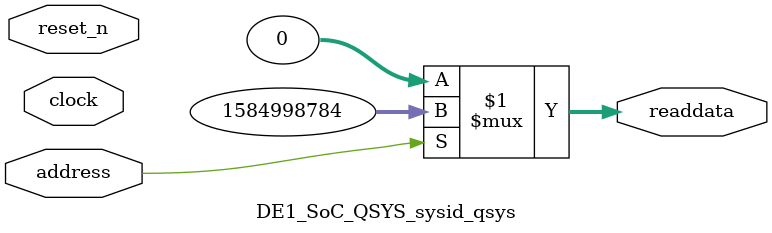
<source format=v>

`timescale 1ns / 1ps
// synthesis translate_on

// turn off superfluous verilog processor warnings 
// altera message_level Level1 
// altera message_off 10034 10035 10036 10037 10230 10240 10030 

module DE1_SoC_QSYS_sysid_qsys (
               // inputs:
                address,
                clock,
                reset_n,

               // outputs:
                readdata
             )
;

  output  [ 31: 0] readdata;
  input            address;
  input            clock;
  input            reset_n;

  wire    [ 31: 0] readdata;
  //control_slave, which is an e_avalon_slave
  assign readdata = address ? 1584998784 : 0;

endmodule




</source>
